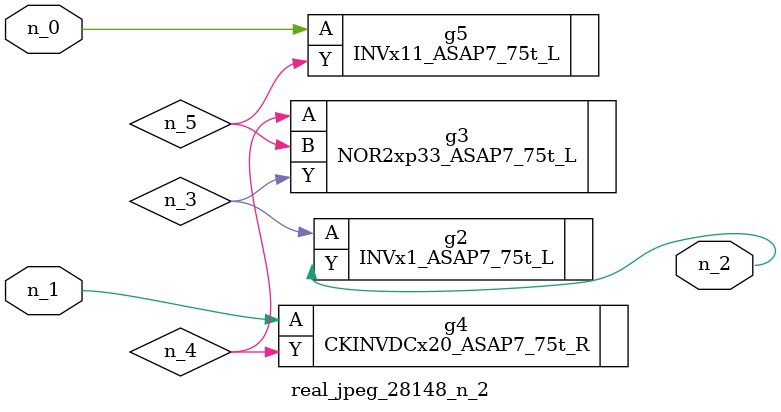
<source format=v>
module real_jpeg_28148_n_2 (n_1, n_0, n_2);

input n_1;
input n_0;

output n_2;

wire n_5;
wire n_4;
wire n_3;

INVx11_ASAP7_75t_L g5 ( 
.A(n_0),
.Y(n_5)
);

CKINVDCx20_ASAP7_75t_R g4 ( 
.A(n_1),
.Y(n_4)
);

INVx1_ASAP7_75t_L g2 ( 
.A(n_3),
.Y(n_2)
);

NOR2xp33_ASAP7_75t_L g3 ( 
.A(n_4),
.B(n_5),
.Y(n_3)
);


endmodule
</source>
